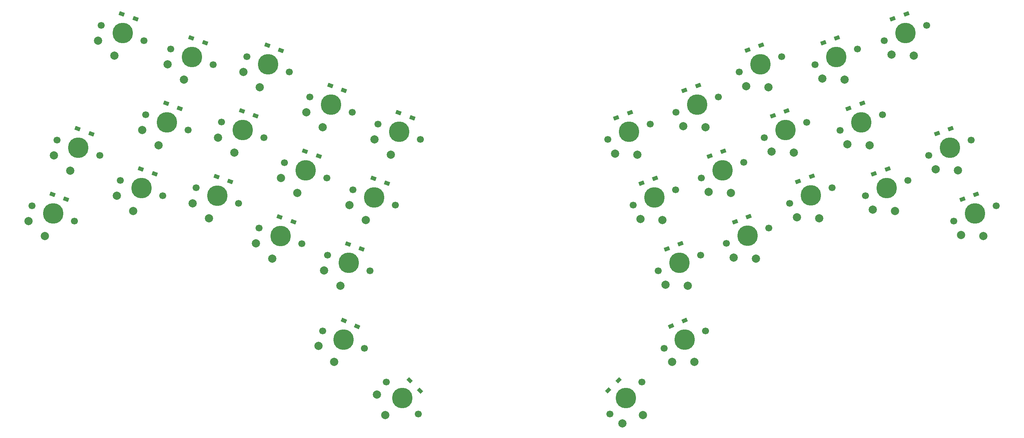
<source format=gbr>
%TF.GenerationSoftware,KiCad,Pcbnew,(6.0.11)*%
%TF.CreationDate,2024-03-25T22:10:57+09:00*%
%TF.ProjectId,gku34,676b7533-342e-46b6-9963-61645f706362,rev?*%
%TF.SameCoordinates,Original*%
%TF.FileFunction,Soldermask,Bot*%
%TF.FilePolarity,Negative*%
%FSLAX46Y46*%
G04 Gerber Fmt 4.6, Leading zero omitted, Abs format (unit mm)*
G04 Created by KiCad (PCBNEW (6.0.11)) date 2024-03-25 22:10:57*
%MOMM*%
%LPD*%
G01*
G04 APERTURE LIST*
G04 Aperture macros list*
%AMRotRect*
0 Rectangle, with rotation*
0 The origin of the aperture is its center*
0 $1 length*
0 $2 width*
0 $3 Rotation angle, in degrees counterclockwise*
0 Add horizontal line*
21,1,$1,$2,0,0,$3*%
G04 Aperture macros list end*
%ADD10C,1.700000*%
%ADD11C,5.000000*%
%ADD12C,2.000000*%
%ADD13RotRect,1.300000X0.950000X160.000000*%
%ADD14RotRect,1.300000X0.950000X200.000000*%
%ADD15RotRect,1.300000X0.950000X135.000000*%
%ADD16RotRect,1.300000X0.950000X225.000000*%
%ADD17RotRect,1.300000X0.950000X157.000000*%
%ADD18RotRect,1.300000X0.950000X203.000000*%
G04 APERTURE END LIST*
D10*
%TO.C,SW19*%
X218928534Y-52768704D03*
D11*
X224096843Y-50887593D03*
D10*
X229265152Y-49006482D03*
D12*
X226114762Y-56431779D03*
X220698056Y-56168526D03*
%TD*%
D10*
%TO.C,SW33*%
X170639087Y-114080913D03*
X162860913Y-121859087D03*
D11*
X166750000Y-117970000D03*
D12*
X170921930Y-122141930D03*
X165901472Y-124192540D03*
%TD*%
D11*
%TO.C,SW25*%
X99243157Y-85097593D03*
D10*
X94074848Y-83216482D03*
X104411466Y-86978704D03*
D12*
X97225238Y-90641779D03*
X93245017Y-86958324D03*
%TD*%
D11*
%TO.C,SW24*%
X82630000Y-78500000D03*
D10*
X77461691Y-76618889D03*
X87798309Y-80381111D03*
D12*
X80612081Y-84044186D03*
X76631860Y-80360731D03*
%TD*%
D11*
%TO.C,SW12*%
X54980000Y-50870000D03*
D10*
X60148309Y-52751111D03*
X49811691Y-48988889D03*
D12*
X52962081Y-56414186D03*
X48981860Y-52730731D03*
%TD*%
D11*
%TO.C,SW1*%
X44190000Y-29080000D03*
D10*
X39021691Y-27198889D03*
X49358309Y-30961111D03*
D12*
X42172081Y-34624186D03*
X38191860Y-30940731D03*
%TD*%
D10*
%TO.C,SW8*%
X204645152Y-34846482D03*
D11*
X199476843Y-36727593D03*
D10*
X194308534Y-38608704D03*
D12*
X201494762Y-42271779D03*
X196078056Y-42008526D03*
%TD*%
D10*
%TO.C,SW23*%
X72428309Y-70571111D03*
X62091691Y-66808889D03*
D11*
X67260000Y-68690000D03*
D12*
X65242081Y-74234186D03*
X61261860Y-70550731D03*
%TD*%
D13*
%TO.C,D23*%
X70417954Y-65257086D03*
X67082046Y-64042914D03*
%TD*%
D14*
%TO.C,D28*%
X212027954Y-64002914D03*
X208692046Y-65217086D03*
%TD*%
D10*
%TO.C,SW13*%
X68251691Y-50808889D03*
X78588309Y-54571111D03*
D11*
X73420000Y-52690000D03*
D12*
X71402081Y-58234186D03*
X67421860Y-54550731D03*
%TD*%
D14*
%TO.C,D8*%
X199687954Y-32062914D03*
X196352046Y-33277086D03*
%TD*%
D10*
%TO.C,SW5*%
X116728309Y-55031111D03*
X106391691Y-51268889D03*
D11*
X111560000Y-53150000D03*
D12*
X109542081Y-58694186D03*
X105561860Y-55010731D03*
%TD*%
D13*
%TO.C,D14*%
X91957954Y-59097086D03*
X88622046Y-57882914D03*
%TD*%
%TO.C,D5*%
X114717954Y-49717086D03*
X111382046Y-48502914D03*
%TD*%
D10*
%TO.C,SW9*%
X223108309Y-33018889D03*
D11*
X217940000Y-34900000D03*
D10*
X212771691Y-36781111D03*
D12*
X219957919Y-40444186D03*
X214541213Y-40180933D03*
%TD*%
D13*
%TO.C,D11*%
X36597954Y-53617086D03*
X33262046Y-52402914D03*
%TD*%
D10*
%TO.C,SW22*%
X43641691Y-64978889D03*
X53978309Y-68741111D03*
D11*
X48810000Y-66860000D03*
D12*
X46792081Y-72404186D03*
X42811860Y-68720731D03*
%TD*%
D10*
%TO.C,SW15*%
X110588309Y-71021111D03*
X100251691Y-67258889D03*
D11*
X105420000Y-69140000D03*
D12*
X103402081Y-74684186D03*
X99421860Y-71000731D03*
%TD*%
D11*
%TO.C,SWe*%
X234850000Y-29080000D03*
D10*
X240018309Y-27198889D03*
X229681691Y-30961111D03*
D12*
X236867919Y-34624186D03*
X231451213Y-34360933D03*
%TD*%
D14*
%TO.C,D18*%
X205857954Y-48052914D03*
X202522046Y-49267086D03*
%TD*%
%TO.C,D27*%
X196627954Y-73822914D03*
X193292046Y-75037086D03*
%TD*%
D13*
%TO.C,D21*%
X30437954Y-69597086D03*
X27102046Y-68382914D03*
%TD*%
D10*
%TO.C,SW2*%
X55944848Y-33016482D03*
X66281466Y-36778704D03*
D11*
X61113157Y-34897593D03*
D12*
X59095238Y-40441779D03*
X55115017Y-36758324D03*
%TD*%
D13*
%TO.C,D3*%
X82757954Y-33307086D03*
X79422046Y-32092914D03*
%TD*%
D14*
%TO.C,D30*%
X251997954Y-68362914D03*
X248662046Y-69577086D03*
%TD*%
D13*
%TO.C,D4*%
X98107954Y-43087086D03*
X94772046Y-41872914D03*
%TD*%
D14*
%TO.C,D7*%
X184327954Y-41872914D03*
X180992046Y-43087086D03*
%TD*%
D15*
%TO.C,D32*%
X116625115Y-116195115D03*
X114114885Y-113684885D03*
%TD*%
D11*
%TO.C,SW27*%
X196410000Y-78480000D03*
D10*
X191241691Y-80361111D03*
X201578309Y-76598889D03*
D12*
X198427919Y-84024186D03*
X193011213Y-83760933D03*
%TD*%
D14*
%TO.C,D19*%
X224297954Y-46222914D03*
X220962046Y-47437086D03*
%TD*%
D13*
%TO.C,D22*%
X51977954Y-63427086D03*
X48642046Y-62212914D03*
%TD*%
D11*
%TO.C,SW30*%
X251786843Y-73027593D03*
D10*
X256955152Y-71146482D03*
X246618534Y-74908704D03*
D12*
X253804762Y-78571779D03*
X248388056Y-78308526D03*
%TD*%
D10*
%TO.C,SW29*%
X235418309Y-64978889D03*
D11*
X230250000Y-66860000D03*
D10*
X225081691Y-68741111D03*
D12*
X232267919Y-72404186D03*
X226851213Y-72140933D03*
%TD*%
D13*
%TO.C,D12*%
X58147954Y-47437086D03*
X54812046Y-46222914D03*
%TD*%
%TO.C,D13*%
X76577954Y-49247086D03*
X73242046Y-48032914D03*
%TD*%
D10*
%TO.C,SW18*%
X210810000Y-50820000D03*
D11*
X205641691Y-52701111D03*
D10*
X200473382Y-54582222D03*
D12*
X207659610Y-58245297D03*
X202242904Y-57982044D03*
%TD*%
D14*
%TO.C,D20*%
X245827954Y-52372914D03*
X242492046Y-53587086D03*
%TD*%
%TO.C,D17*%
X190487954Y-57852914D03*
X187152046Y-59067086D03*
%TD*%
D13*
%TO.C,D15*%
X108587954Y-65707086D03*
X105252046Y-64492914D03*
%TD*%
D14*
%TO.C,D6*%
X167717954Y-48502914D03*
X164382046Y-49717086D03*
%TD*%
D10*
%TO.C,SW7*%
X189285152Y-44656482D03*
D11*
X184116843Y-46537593D03*
D10*
X178948534Y-48418704D03*
D12*
X186134762Y-52081779D03*
X180718056Y-51818526D03*
%TD*%
D11*
%TO.C,SW21*%
X27280000Y-73030000D03*
D10*
X22111691Y-71148889D03*
X32448309Y-74911111D03*
D12*
X25262081Y-78574186D03*
X21281860Y-74890731D03*
%TD*%
D11*
%TO.C,SW28*%
X211810000Y-68670000D03*
D10*
X206641691Y-70551111D03*
X216978309Y-66788889D03*
D12*
X213827919Y-74214186D03*
X208411213Y-73950933D03*
%TD*%
D14*
%TO.C,D9*%
X218157954Y-30242914D03*
X214822046Y-31457086D03*
%TD*%
%TO.C,D10*%
X235057954Y-24412914D03*
X231722046Y-25627086D03*
%TD*%
D10*
%TO.C,SW16*%
X178825152Y-67246482D03*
X168488534Y-71008704D03*
D11*
X173656843Y-69127593D03*
D12*
X175674762Y-74671779D03*
X170258056Y-74408526D03*
%TD*%
D13*
%TO.C,D25*%
X102407954Y-81667086D03*
X99072046Y-80452914D03*
%TD*%
D10*
%TO.C,SW32*%
X108420913Y-114080913D03*
D11*
X112310000Y-117970000D03*
D10*
X116199087Y-121859087D03*
D12*
X108138070Y-122141930D03*
X106087460Y-117121472D03*
%TD*%
D10*
%TO.C,SW31*%
X92921963Y-101628156D03*
D11*
X97984740Y-103777177D03*
D10*
X103047517Y-105926198D03*
D12*
X95679426Y-109208156D03*
X91897437Y-105321440D03*
%TD*%
D10*
%TO.C,SW6*%
X172665152Y-51276482D03*
X162328534Y-55038704D03*
D11*
X167496843Y-53157593D03*
D12*
X169514762Y-58701779D03*
X164098056Y-58438526D03*
%TD*%
D11*
%TO.C,SW14*%
X88790000Y-62520000D03*
D10*
X83621691Y-60638889D03*
X93958309Y-64401111D03*
D12*
X86772081Y-68064186D03*
X82791860Y-64380731D03*
%TD*%
D14*
%TO.C,D29*%
X230467954Y-62202914D03*
X227132046Y-63417086D03*
%TD*%
D16*
%TO.C,D33*%
X164965115Y-113654885D03*
X162454885Y-116165115D03*
%TD*%
D14*
%TO.C,D26*%
X180027954Y-80432914D03*
X176692046Y-81647086D03*
%TD*%
D17*
%TO.C,D31*%
X101323896Y-100513548D03*
X98056104Y-99126452D03*
%TD*%
D18*
%TO.C,D34*%
X181053896Y-99106452D03*
X177786104Y-100493548D03*
%TD*%
D10*
%TO.C,SW34*%
X176017223Y-105919021D03*
D11*
X181080000Y-103770000D03*
D10*
X186142777Y-101620979D03*
D12*
X183385314Y-109200979D03*
X177962254Y-109221574D03*
%TD*%
D11*
%TO.C,SW17*%
X190270000Y-62510000D03*
D10*
X195438309Y-60628889D03*
X185101691Y-64391111D03*
D12*
X192287919Y-68054186D03*
X186871213Y-67790933D03*
%TD*%
D13*
%TO.C,D1*%
X47347954Y-25647086D03*
X44012046Y-24432914D03*
%TD*%
D11*
%TO.C,SW3*%
X79590000Y-36740000D03*
D10*
X74421691Y-34858889D03*
X84758309Y-38621111D03*
D12*
X77572081Y-42284186D03*
X73591860Y-38600731D03*
%TD*%
D10*
%TO.C,SW26*%
X184985152Y-83216482D03*
X174648534Y-86978704D03*
D11*
X179816843Y-85097593D03*
D12*
X181834762Y-90641779D03*
X176418056Y-90378526D03*
%TD*%
D13*
%TO.C,D2*%
X64267954Y-31457086D03*
X60932046Y-30242914D03*
%TD*%
D14*
%TO.C,D16*%
X173867954Y-64462914D03*
X170532046Y-65677086D03*
%TD*%
D11*
%TO.C,SW20*%
X245616843Y-57037593D03*
D10*
X240448534Y-58918704D03*
X250785152Y-55156482D03*
D12*
X247634762Y-62581779D03*
X242218056Y-62318526D03*
%TD*%
D13*
%TO.C,D24*%
X85787954Y-75057086D03*
X82452046Y-73842914D03*
%TD*%
D10*
%TO.C,SW4*%
X100118309Y-48411111D03*
D11*
X94950000Y-46530000D03*
D10*
X89781691Y-44648889D03*
D12*
X92932081Y-52074186D03*
X88951860Y-48390731D03*
%TD*%
D10*
%TO.C,SW11*%
X28264848Y-55166482D03*
X38601466Y-58928704D03*
D11*
X33433157Y-57047593D03*
D12*
X31415238Y-62591779D03*
X27435017Y-58908324D03*
%TD*%
M02*

</source>
